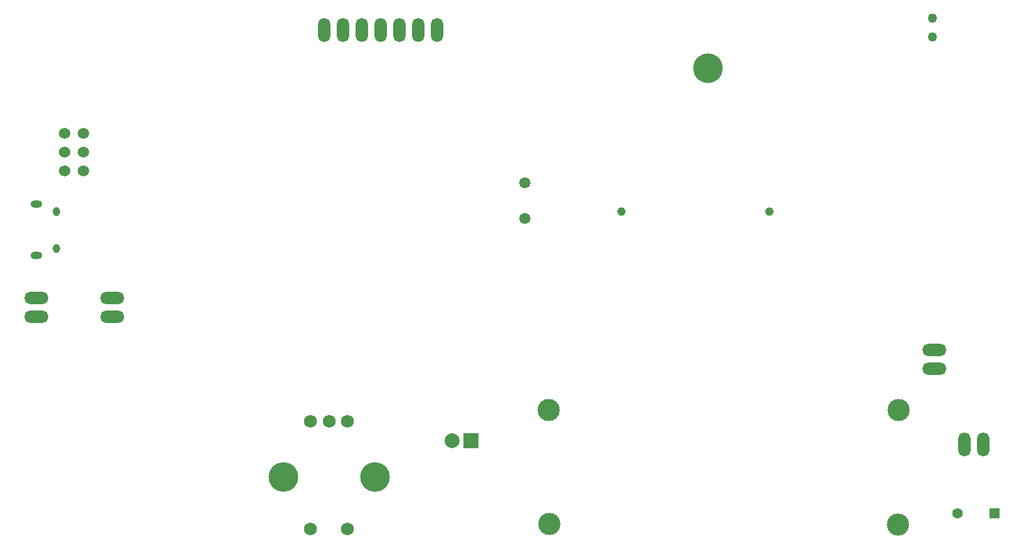
<source format=gbr>
G04 #@! TF.FileFunction,Soldermask,Bot*
%FSLAX46Y46*%
G04 Gerber Fmt 4.6, Leading zero omitted, Abs format (unit mm)*
G04 Created by KiCad (PCBNEW 4.0.2-stable) date 27/06/2016 23:08:48*
%MOMM*%
G01*
G04 APERTURE LIST*
%ADD10C,0.100000*%
%ADD11O,3.276600X1.638300*%
%ADD12O,1.638300X3.276600*%
%ADD13C,3.000000*%
%ADD14R,1.400000X1.400000*%
%ADD15C,1.400000*%
%ADD16R,2.000000X2.000000*%
%ADD17C,2.000000*%
%ADD18C,1.750000*%
%ADD19O,4.000000X4.000000*%
%ADD20O,0.950000X1.250000*%
%ADD21O,1.550000X1.000000*%
%ADD22C,1.501140*%
%ADD23C,4.000000*%
%ADD24C,1.524000*%
%ADD25C,1.155700*%
%ADD26C,1.270000*%
G04 APERTURE END LIST*
D10*
D11*
X97880000Y-100770000D03*
X97880000Y-98230000D03*
D12*
X151980000Y-61950000D03*
X149440000Y-61950000D03*
X146900000Y-61950000D03*
X144360000Y-61950000D03*
X141820000Y-61950000D03*
X139280000Y-61950000D03*
X136740000Y-61950000D03*
D11*
X219120000Y-107770000D03*
X219120000Y-105230000D03*
D13*
X167050000Y-113400000D03*
X167100000Y-128800000D03*
X214200000Y-128900000D03*
X214300000Y-113400000D03*
D14*
X227270000Y-127350000D03*
D15*
X222270000Y-127350000D03*
D16*
X156500000Y-117500000D03*
D17*
X153960000Y-117500000D03*
D18*
X139892900Y-114926300D03*
X134892900Y-114926300D03*
X137392900Y-114926300D03*
X134892900Y-129426300D03*
X139892900Y-129426300D03*
D19*
X131192900Y-122426300D03*
X143592900Y-122426300D03*
D20*
X100562540Y-86499100D03*
X100562540Y-91499100D03*
D21*
X97862540Y-85499100D03*
X97862540Y-92499100D03*
D22*
X163780000Y-82599060D03*
X163780000Y-87480940D03*
D23*
X188500000Y-67150000D03*
D24*
X101700000Y-75931800D03*
X104240000Y-75931800D03*
X101700000Y-78471800D03*
X104240000Y-78471800D03*
X101700000Y-81011800D03*
X104240000Y-81011800D03*
D12*
X223170000Y-118000000D03*
X225710000Y-118000000D03*
D11*
X108120000Y-100770000D03*
X108120000Y-98230000D03*
D25*
X196848880Y-86500000D03*
X176851460Y-86500000D03*
D26*
X218880000Y-62880000D03*
X218880000Y-60340000D03*
M02*

</source>
